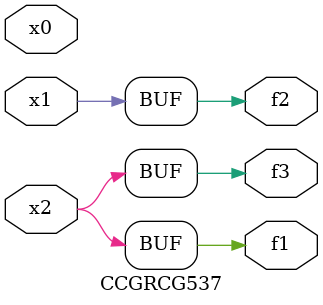
<source format=v>
module CCGRCG537(
	input x0, x1, x2,
	output f1, f2, f3
);
	assign f1 = x2;
	assign f2 = x1;
	assign f3 = x2;
endmodule

</source>
